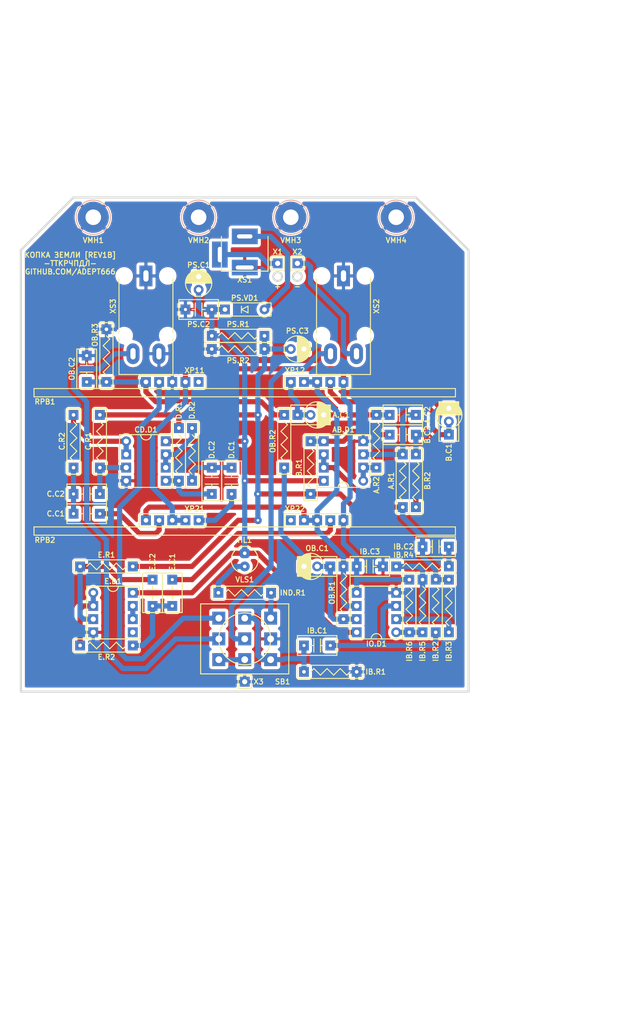
<source format=kicad_pcb>
(kicad_pcb (version 20171130) (host pcbnew 5.1.12-84ad8e8a86~92~ubuntu20.04.1)
  (title_block (title ТКП-1.24.B-3) (date 2023-07-16) (rev 1B) (company "Копка Земли [REV1B] Down-Tuned SM") (comment 1 http://github.com/Adept666) (comment 2 "Igor Ivanov (Игорь Иванов)") (comment 3 -ТТКРЧПДЛ-) (comment 4 "This project is licensed under GNU General Public License v3.0 or later"))
  (layers (0 F.Cu jumper) (31 B.Cu signal) (37 F.SilkS user) (38 B.Mask user) (39 F.Mask user) (44 Edge.Cuts user))
  (net 0 "")
  (net 1 COM)
  (net 2 "Net-(HL1-PadC)")
  (net 3 /LED)
  (net 4 /PP3-POS)
  (net 5 /PP3-NEG)
  (net 6 VREF)
  (net 7 "Net-(A.C2-Pad2)")
  (net 8 "Net-(IB.C1-Pad2)")
  (net 9 "Net-(IB.C2-Pad2)")
  (net 10 /CUT-RAIL)
  (net 11 "Net-(IB.R3-Pad2)")
  (net 12 "Net-(IB.R5-Pad2)")
  (net 13 /BOOST-RAIL)
  (net 14 "Net-(IO.D1-Pad7)")
  (net 15 "Net-(OB.C2-Pad1)")
  (net 16 "Net-(C.C1-Pad1)")
  (net 17 "Net-(C.C1-Pad2)")
  (net 18 "Net-(C.C2-Pad2)")
  (net 19 "Net-(D.C1-Pad1)")
  (net 20 "Net-(D.C1-Pad2)")
  (net 21 "Net-(E.C1-Pad1)")
  (net 22 "Net-(E.C1-Pad2)")
  (net 23 "Net-(E.C2-Pad2)")
  (net 24 "Net-(E.D1-Pad6)")
  (net 25 "Net-(A.R2-Pad2)")
  (net 26 "Net-(AB.D1-Pad5)")
  (net 27 "Net-(AB.D1-Pad6)")
  (net 28 "Net-(C.R2-Pad2)")
  (net 29 "Net-(CD.D1-Pad5)")
  (net 30 "Net-(CD.D1-Pad6)")
  (net 31 "Net-(E.D1-Pad1)")
  (net 32 "Net-(E.D1-Pad5)")
  (net 33 V)
  (net 34 "Net-(PS.VD1-PadA)")
  (net 35 /IN-CIR)
  (net 36 /IN-CON)
  (net 37 "Net-(SB1-PadNC1)")
  (net 38 /OUT-CIR)
  (net 39 /OUT-CON)
  (net 40 "Net-(A.C1-Pad+)")
  (net 41 "Net-(A.C1-Pad-)")
  (net 42 "Net-(B.C1-Pad+)")
  (net 43 "Net-(B.C1-Pad-)")
  (net 44 "Net-(OB.C1-Pad-)")
  (module KCL-VIRTUAL:B-PP3-HV (layer F.Cu) (at 105.41 196.85)
    (fp_text reference GB1 hide)
    (fp_text value X hide)
  )
  (module KCL-TH-ML:CON-PAD-S-1.0-1.9 (layer F.Cu) (at 115.57 105.41)
    (fp_text reference X2 (at 0 -2.2225) (layer F.SilkS) (effects (font (thickness 0.2))))
    (fp_text value X)
    (pad 1 thru_hole rect (at 0 0) (size 1.9 1.9) (drill 1) (layers *.Cu *.Mask) (net 5 /PP3-NEG))
  )
  (module KCL-TH-ML:CON-PAD-S-1.0-1.9 (layer F.Cu) (at 111.76 105.41)
    (fp_text reference X1 (at 0 -2.2225) (layer F.SilkS) (effects (font (thickness 0.2))))
    (fp_text value X)
    (pad 1 thru_hole rect (at 0 0) (size 1.9 1.9) (drill 1) (layers *.Cu *.Mask) (net 4 /PP3-POS))
  )
  (module KCL-TH-ML:CON-PAD-S-1.0-1.9 (layer F.Cu) (at 105.41 186.055)
    (fp_text reference X3 (at 1.5875 0) (layer F.SilkS) (effects (font (thickness 0.2)) (justify left)))
    (fp_text value COM)
    (pad 1 thru_hole rect (at 0 0) (size 1.9 1.9) (drill 1) (layers *.Cu *.Mask) (net 1 COM))
  )
  (module KCL-TH-ML:LED-ROUND-05.0-UNI-SH-SPACER-PNL-5.3 (layer F.Cu) (at 105.41 162.56 90)
    (fp_text reference HL1 (at 3.81 0 180) (layer F.SilkS) (effects (font (thickness 0.2))))
    (fp_text value FYL-5013UWC)
    (pad C thru_hole circle (at -1.27 0 90) (size 1.9 1.9) (drill 0.7) (layers *.Cu *.Mask) (net 2 "Net-(HL1-PadC)"))
    (pad A thru_hole roundrect (at 1.27 0 90) (size 1.9 1.9) (drill 0.7) (layers *.Cu *.Mask) (roundrect_rratio 0.3) (net 33 V))
  )
  (module KCL-TH-ML:VMH-STA-DA5-PNL-3.0 (layer F.Cu) (at 134.62 96.52)
    (fp_text reference VMH4 (at 0 4.445) (layer F.SilkS) (effects (font (thickness 0.2))))
    (fp_text value DI5M3x20)
    (pad 0 thru_hole circle (at 0 0) (size 6 6) (drill 3) (layers *.Cu *.Mask) (net 1 COM))
  )
  (module KCL-TH-ML:VMH-STA-DA5-PNL-3.0 (layer F.Cu) (at 114.3 96.52)
    (fp_text reference VMH3 (at 0 4.445) (layer F.SilkS) (effects (font (thickness 0.2))))
    (fp_text value DI5M3x20)
    (pad 0 thru_hole circle (at 0 0) (size 6 6) (drill 3) (layers *.Cu *.Mask) (net 1 COM))
  )
  (module KCL-TH-ML:VMH-STA-DA5-PNL-3.0 (layer F.Cu) (at 96.52 96.52)
    (fp_text reference VMH2 (at 0 4.445) (layer F.SilkS) (effects (font (thickness 0.2))))
    (fp_text value DI5M3x20)
    (pad 0 thru_hole circle (at 0 0) (size 6 6) (drill 3) (layers *.Cu *.Mask) (net 1 COM))
  )
  (module KCL-TH-ML:VMH-STA-DA5-PNL-3.0 (layer F.Cu) (at 76.2 96.52)
    (fp_text reference VMH1 (at 0 4.445) (layer F.SilkS) (effects (font (thickness 0.2))))
    (fp_text value DI5M3x20)
    (pad 0 thru_hole circle (at 0 0) (size 6 6) (drill 3) (layers *.Cu *.Mask) (net 1 COM))
  )
  (module KCL-VIRTUAL:VLS-BR (layer F.Cu) (at 105.41 162.56)
    (fp_text reference VLS1 (at 0 3.81) (layer F.SilkS) (effects (font (thickness 0.2))))
    (fp_text value BR-17.8)
  )
  (module SBKCL-TH-ML:RPB-1590BB-18-3x17-1.6-PNL-7.4-2.8 (layer F.Cu) (at 105.41 143.71)
    (fp_text reference RPB2 (at -40.64 15.04) (layer F.SilkS) (effects (font (thickness 0.2)) (justify left)))
    (fp_text value B50K-B50K-B50K)
    (fp_text user XP21 (at -7.62 9.0075) (layer F.SilkS) (effects (font (thickness 0.2)) (justify right)))
    (fp_text user XP22 (at 7.62 9.0075) (layer F.SilkS) (effects (font (thickness 0.2)) (justify left)))
    (pad 22 thru_hole rect (at 8.89 11.23) (size 1.9 1.9) (drill 0.9) (layers *.Cu *.Mask) (net 19 "Net-(D.C1-Pad1)"))
    (pad 23 thru_hole rect (at 11.43 11.23) (size 1.9 1.9) (drill 0.9) (layers *.Cu *.Mask) (net 13 /BOOST-RAIL))
    (pad 33 thru_hole rect (at 13.97 11.23) (size 1.9 1.9) (drill 0.9) (layers *.Cu *.Mask) (net 13 /BOOST-RAIL))
    (pad 32 thru_hole rect (at 16.51 11.23) (size 1.9 1.9) (drill 0.9) (layers *.Cu *.Mask) (net 21 "Net-(E.C1-Pad1)"))
    (pad 31 thru_hole rect (at 19.05 11.23) (size 1.9 1.9) (drill 0.9) (layers *.Cu *.Mask) (net 10 /CUT-RAIL))
    (pad 22 thru_hole rect (at -8.89 11.23) (size 1.9 1.9) (drill 0.9) (layers *.Cu *.Mask) (net 19 "Net-(D.C1-Pad1)"))
    (pad 12 thru_hole rect (at -16.51 11.23) (size 1.9 1.9) (drill 0.9) (layers *.Cu *.Mask) (net 16 "Net-(C.C1-Pad1)"))
    (pad 11 thru_hole rect (at -13.97 11.23) (size 1.9 1.9) (drill 0.9) (layers *.Cu *.Mask) (net 10 /CUT-RAIL))
    (pad 13 thru_hole rect (at -19.05 11.23) (size 1.9 1.9) (drill 0.9) (layers *.Cu *.Mask) (net 13 /BOOST-RAIL))
    (pad 21 thru_hole rect (at -11.43 11.23) (size 1.9 1.9) (drill 0.9) (layers *.Cu *.Mask) (net 10 /CUT-RAIL))
  )
  (module SBKCL-TH-ML:RPB-1590BB-18-3x17-1.6-PNL-7.4-2.8 (layer F.Cu) (at 105.41 117.04)
    (fp_text reference RPB1 (at -40.64 15.04) (layer F.SilkS) (effects (font (thickness 0.2)) (justify left)))
    (fp_text value B50K-B50K-B50K)
    (fp_text user XP11 (at -7.62 9.0075) (layer F.SilkS) (effects (font (thickness 0.2)) (justify right)))
    (fp_text user XP12 (at 7.62 9.0075) (layer F.SilkS) (effects (font (thickness 0.2)) (justify left)))
    (pad 22 thru_hole rect (at 8.89 11.23) (size 1.9 1.9) (drill 0.9) (layers *.Cu *.Mask) (net 40 "Net-(A.C1-Pad+)"))
    (pad 23 thru_hole rect (at 11.43 11.23) (size 1.9 1.9) (drill 0.9) (layers *.Cu *.Mask) (net 13 /BOOST-RAIL))
    (pad 33 thru_hole rect (at 13.97 11.23) (size 1.9 1.9) (drill 0.9) (layers *.Cu *.Mask) (net 13 /BOOST-RAIL))
    (pad 32 thru_hole rect (at 16.51 11.23) (size 1.9 1.9) (drill 0.9) (layers *.Cu *.Mask) (net 42 "Net-(B.C1-Pad+)"))
    (pad 31 thru_hole rect (at 19.05 11.23) (size 1.9 1.9) (drill 0.9) (layers *.Cu *.Mask) (net 10 /CUT-RAIL))
    (pad 22 thru_hole rect (at -8.89 11.23) (size 1.9 1.9) (drill 0.9) (layers *.Cu *.Mask) (net 40 "Net-(A.C1-Pad+)"))
    (pad 12 thru_hole rect (at -16.51 11.23) (size 1.9 1.9) (drill 0.9) (layers *.Cu *.Mask) (net 38 /OUT-CIR))
    (pad 11 thru_hole rect (at -13.97 11.23) (size 1.9 1.9) (drill 0.9) (layers *.Cu *.Mask) (net 1 COM))
    (pad 13 thru_hole rect (at -19.05 11.23) (size 1.9 1.9) (drill 0.9) (layers *.Cu *.Mask) (net 15 "Net-(OB.C2-Pad1)"))
    (pad 21 thru_hole rect (at -11.43 11.23) (size 1.9 1.9) (drill 0.9) (layers *.Cu *.Mask) (net 10 /CUT-RAIL))
  )
  (module SBKCL-TH-ML:CON-ST-008X-04 (layer F.Cu) (at 124.46 100.33 180)
    (fp_text reference XS2 (at -6.35 -13.335 270) (layer F.SilkS) (effects (font (thickness 0.2))))
    (fp_text value PJ-309)
    (pad "" np_thru_hole circle (at -4.2 -19 180) (size 2.2 2.2) (drill 2.2) (layers *.Cu *.Mask))
    (pad S thru_hole rect (at 0 -7.5 180) (size 2.5 4) (drill oval 1 2.2) (layers *.Cu *.Mask) (net 1 COM))
    (pad T thru_hole oval (at 2.5 -22.5 180) (size 2.5 4) (drill oval 1 2.2) (layers *.Cu *.Mask) (net 36 /IN-CON))
    (pad R thru_hole oval (at -2.5 -22.5 180) (size 2.5 4) (drill oval 1 2.2) (layers *.Cu *.Mask) (net 5 /PP3-NEG))
    (pad "" np_thru_hole circle (at 4.2 -19 180) (size 2.2 2.2) (drill 2.2) (layers *.Cu *.Mask))
    (pad "" np_thru_hole circle (at -4.2 -7.5 180) (size 2.2 2.2) (drill 2.2) (layers *.Cu *.Mask))
    (pad "" np_thru_hole circle (at 4.2 -7.5 180) (size 2.2 2.2) (drill 2.2) (layers *.Cu *.Mask))
  )
  (module SBKCL-TH-ML:CON-ST-008X-04 (layer F.Cu) (at 86.36 100.33 180)
    (fp_text reference XS3 (at 6.35 -13.335 270) (layer F.SilkS) (effects (font (thickness 0.2))))
    (fp_text value PJ-309)
    (pad "" np_thru_hole circle (at -4.2 -19 180) (size 2.2 2.2) (drill 2.2) (layers *.Cu *.Mask))
    (pad S thru_hole rect (at 0 -7.5 180) (size 2.5 4) (drill oval 1 2.2) (layers *.Cu *.Mask) (net 1 COM))
    (pad T thru_hole oval (at 2.5 -22.5 180) (size 2.5 4) (drill oval 1 2.2) (layers *.Cu *.Mask) (net 39 /OUT-CON))
    (pad R thru_hole oval (at -2.5 -22.5 180) (size 2.5 4) (drill oval 1 2.2) (layers *.Cu *.Mask) (net 1 COM))
    (pad "" np_thru_hole circle (at 4.2 -19 180) (size 2.2 2.2) (drill 2.2) (layers *.Cu *.Mask))
    (pad "" np_thru_hole circle (at -4.2 -7.5 180) (size 2.2 2.2) (drill 2.2) (layers *.Cu *.Mask))
    (pad "" np_thru_hole circle (at 4.2 -7.5 180) (size 2.2 2.2) (drill 2.2) (layers *.Cu *.Mask))
  )
  (module KCL-TH-ML:SW-PBS-24-302SP-2.5-PNL-13.0 (layer F.Cu) (at 105.41 177.8)
    (fp_text reference SB1 (at 8.89 8.255) (layer F.SilkS) (effects (font (thickness 0.2)) (justify right)))
    (fp_text value PBS-24-302SP)
    (pad COM3 thru_hole rect (at 5 0) (size 2.5 2.5) (drill 1.3) (layers *.Cu *.Mask) (net 1 COM))
    (pad NC3 thru_hole rect (at 5 4) (size 2.5 2.5) (drill 1.3) (layers *.Cu *.Mask) (net 35 /IN-CIR))
    (pad NO3 thru_hole rect (at 5 -4) (size 2.5 2.5) (drill 1.3) (layers *.Cu *.Mask) (net 3 /LED))
    (pad COM2 thru_hole rect (at 0 0) (size 2.5 2.5) (drill 1.3) (layers *.Cu *.Mask) (net 36 /IN-CON))
    (pad NC2 thru_hole rect (at 0 4) (size 2.5 2.5) (drill 1.3) (layers *.Cu *.Mask) (net 37 "Net-(SB1-PadNC1)"))
    (pad NO2 thru_hole rect (at 0 -4) (size 2.5 2.5) (drill 1.3) (layers *.Cu *.Mask) (net 35 /IN-CIR))
    (pad NO1 thru_hole rect (at -5 -4) (size 2.5 2.5) (drill 1.3) (layers *.Cu *.Mask) (net 38 /OUT-CIR))
    (pad COM1 thru_hole rect (at -5 0) (size 2.5 2.5) (drill 1.3) (layers *.Cu *.Mask) (net 39 /OUT-CON))
    (pad NC1 thru_hole rect (at -5 4) (size 2.5 2.5) (drill 1.3) (layers *.Cu *.Mask) (net 37 "Net-(SB1-PadNC1)"))
  )
  (module SBKCL-TH-ML:C-DISK-D04.2-T03.0-P05.08-d0.5-OR-CP-RADIAL-D05.0-P02.0-CLS (layer F.Cu) (at 119.38 163.83 180)
    (fp_text reference OB.C1 (at 0 3.4925) (layer F.SilkS) (effects (font (thickness 0.2))))
    (fp_text value 105)
    (pad - thru_hole rect (at 2.54 0 180) (size 1.9 1.9) (drill 1) (layers *.Cu *.Mask) (net 44 "Net-(OB.C1-Pad-)"))
    (pad + thru_hole circle (at 0 0 180) (size 1.9 1.9) (drill 1) (layers *.Cu *.Mask) (net 14 "Net-(IO.D1-Pad7)"))
    (pad + thru_hole rect (at -2.54 0 180) (size 1.9 1.9) (drill 0.6) (layers *.Cu *.Mask) (net 14 "Net-(IO.D1-Pad7)"))
  )
  (module SBKCL-TH-ML:C-DISK-D04.2-T03.0-P05.08-d0.5-OR-CP-RADIAL-D05.0-P02.0-CLS (layer F.Cu) (at 144.78 135.89 90)
    (fp_text reference B.C1 (at -4.1275 0 90) (layer F.SilkS) (effects (font (thickness 0.2)) (justify right)))
    (fp_text value 105)
    (pad - thru_hole rect (at 2.54 0 90) (size 1.9 1.9) (drill 1) (layers *.Cu *.Mask) (net 43 "Net-(B.C1-Pad-)"))
    (pad + thru_hole circle (at 0 0 90) (size 1.9 1.9) (drill 1) (layers *.Cu *.Mask) (net 42 "Net-(B.C1-Pad+)"))
    (pad + thru_hole rect (at -2.54 0 90) (size 1.9 1.9) (drill 0.6) (layers *.Cu *.Mask) (net 42 "Net-(B.C1-Pad+)"))
  )
  (module SBKCL-TH-ML:C-DISK-D04.2-T03.0-P05.08-d0.5-OR-CP-RADIAL-D05.0-P02.0-CLS (layer F.Cu) (at 118.11 134.62)
    (fp_text reference A.C1 (at 4.1275 0) (layer F.SilkS) (effects (font (thickness 0.2)) (justify left)))
    (fp_text value 225)
    (pad - thru_hole rect (at 2.54 0) (size 1.9 1.9) (drill 1) (layers *.Cu *.Mask) (net 41 "Net-(A.C1-Pad-)"))
    (pad + thru_hole circle (at 0 0) (size 1.9 1.9) (drill 1) (layers *.Cu *.Mask) (net 40 "Net-(A.C1-Pad+)"))
    (pad + thru_hole rect (at -2.54 0) (size 1.9 1.9) (drill 0.6) (layers *.Cu *.Mask) (net 40 "Net-(A.C1-Pad+)"))
  )
  (module KCL-TH-ML:CP-RADIAL-D05.0-P02.0-CLS (layer F.Cu) (at 115.57 121.92)
    (fp_text reference PS.C3 (at 0 -3.4925) (layer F.SilkS) (effects (font (thickness 0.2))))
    (fp_text value 476)
    (pad - thru_hole roundrect (at 1.27 0) (size 1.9 1.9) (drill 1) (layers *.Cu *.Mask) (roundrect_rratio 0.3) (net 1 COM))
    (pad + thru_hole circle (at -1.27 0) (size 1.9 1.9) (drill 1) (layers *.Cu *.Mask) (net 6 VREF))
  )
  (module KCL-TH-ML:CP-RADIAL-D05.0-P02.0-CLS (layer F.Cu) (at 96.52 109.22 90)
    (fp_text reference PS.C1 (at 3.4925 0 180) (layer F.SilkS) (effects (font (thickness 0.2))))
    (fp_text value 107)
    (pad + thru_hole circle (at -1.27 0 90) (size 1.9 1.9) (drill 1) (layers *.Cu *.Mask) (net 33 V))
    (pad - thru_hole roundrect (at 1.27 0 90) (size 1.9 1.9) (drill 1) (layers *.Cu *.Mask) (roundrect_rratio 0.3) (net 1 COM))
  )
  (module KCL-TH-ML:C-DISK-D04.2-T03.0-P05.08-d0.5 (layer F.Cu) (at 96.52 114.3 180)
    (fp_text reference PS.C2 (at 0 -2.8575) (layer F.SilkS) (effects (font (thickness 0.2))))
    (fp_text value 104)
    (pad 1 thru_hole rect (at -2.54 0 180) (size 1.9 1.9) (drill 0.6) (layers *.Cu *.Mask) (net 33 V))
    (pad 2 thru_hole rect (at 2.54 0 180) (size 1.9 1.9) (drill 0.6) (layers *.Cu *.Mask) (net 1 COM))
  )
  (module KCL-TH-ML:C-DISK-D04.2-T03.0-P05.08-d0.5 (layer F.Cu) (at 74.93 125.73 90)
    (fp_text reference OB.C2 (at 0 -2.8575 90) (layer F.SilkS) (effects (font (thickness 0.2))))
    (fp_text value 103)
    (pad 1 thru_hole rect (at -2.54 0 90) (size 1.9 1.9) (drill 0.6) (layers *.Cu *.Mask) (net 15 "Net-(OB.C2-Pad1)"))
    (pad 2 thru_hole rect (at 2.54 0 90) (size 1.9 1.9) (drill 0.6) (layers *.Cu *.Mask) (net 1 COM))
  )
  (module KCL-TH-ML:C-DISK-D04.2-T03.0-P05.08-d0.5 (layer F.Cu) (at 129.54 163.83)
    (fp_text reference IB.C3 (at 0 -2.8575) (layer F.SilkS) (effects (font (thickness 0.2))))
    (fp_text value 151)
    (pad 1 thru_hole rect (at -2.54 0) (size 1.9 1.9) (drill 0.6) (layers *.Cu *.Mask) (net 10 /CUT-RAIL))
    (pad 2 thru_hole rect (at 2.54 0) (size 1.9 1.9) (drill 0.6) (layers *.Cu *.Mask) (net 1 COM))
  )
  (module KCL-TH-ML:C-DISK-D04.2-T03.0-P05.08-d0.5 (layer F.Cu) (at 142.24 160.02)
    (fp_text reference IB.C2 (at -4.1275 0) (layer F.SilkS) (effects (font (thickness 0.2)) (justify right)))
    (fp_text value 103)
    (pad 1 thru_hole rect (at -2.54 0) (size 1.9 1.9) (drill 0.6) (layers *.Cu *.Mask) (net 6 VREF))
    (pad 2 thru_hole rect (at 2.54 0) (size 1.9 1.9) (drill 0.6) (layers *.Cu *.Mask) (net 9 "Net-(IB.C2-Pad2)"))
  )
  (module KCL-TH-ML:C-DISK-D04.2-T03.0-P05.08-d0.5 (layer F.Cu) (at 119.38 179.07)
    (fp_text reference IB.C1 (at 0 -2.8575) (layer F.SilkS) (effects (font (thickness 0.2))))
    (fp_text value 103)
    (pad 1 thru_hole rect (at -2.54 0) (size 1.9 1.9) (drill 0.6) (layers *.Cu *.Mask) (net 35 /IN-CIR))
    (pad 2 thru_hole rect (at 2.54 0) (size 1.9 1.9) (drill 0.6) (layers *.Cu *.Mask) (net 8 "Net-(IB.C1-Pad2)"))
  )
  (module KCL-TH-ML:C-DISK-D04.2-T03.0-P05.08-d0.5 (layer F.Cu) (at 87.63 168.91 90)
    (fp_text reference E.C2 (at 4.1275 0 90) (layer F.SilkS) (effects (font (thickness 0.2)) (justify left)))
    (fp_text value 681)
    (pad 1 thru_hole rect (at -2.54 0 90) (size 1.9 1.9) (drill 0.6) (layers *.Cu *.Mask) (net 22 "Net-(E.C1-Pad2)"))
    (pad 2 thru_hole rect (at 2.54 0 90) (size 1.9 1.9) (drill 0.6) (layers *.Cu *.Mask) (net 23 "Net-(E.C2-Pad2)"))
  )
  (module KCL-TH-ML:C-DISK-D04.2-T03.0-P05.08-d0.5 (layer F.Cu) (at 91.44 168.91 270)
    (fp_text reference E.C1 (at -4.1275 0 90) (layer F.SilkS) (effects (font (thickness 0.2)) (justify left)))
    (fp_text value 223)
    (pad 1 thru_hole rect (at -2.54 0 270) (size 1.9 1.9) (drill 0.6) (layers *.Cu *.Mask) (net 21 "Net-(E.C1-Pad1)"))
    (pad 2 thru_hole rect (at 2.54 0 270) (size 1.9 1.9) (drill 0.6) (layers *.Cu *.Mask) (net 22 "Net-(E.C1-Pad2)"))
  )
  (module KCL-TH-ML:C-DISK-D04.2-T03.0-P05.08-d0.5 (layer F.Cu) (at 99.06 147.32 270)
    (fp_text reference D.C2 (at -4.1275 0 90) (layer F.SilkS) (effects (font (thickness 0.2)) (justify left)))
    (fp_text value 332)
    (pad 1 thru_hole rect (at -2.54 0 270) (size 1.9 1.9) (drill 0.6) (layers *.Cu *.Mask) (net 20 "Net-(D.C1-Pad2)"))
    (pad 2 thru_hole rect (at 2.54 0 270) (size 1.9 1.9) (drill 0.6) (layers *.Cu *.Mask) (net 29 "Net-(CD.D1-Pad5)"))
  )
  (module KCL-TH-ML:C-DISK-D04.2-T03.0-P05.08-d0.5 (layer F.Cu) (at 102.87 147.32 90)
    (fp_text reference D.C1 (at 4.1275 0 90) (layer F.SilkS) (effects (font (thickness 0.2)) (justify left)))
    (fp_text value 683)
    (pad 1 thru_hole rect (at -2.54 0 90) (size 1.9 1.9) (drill 0.6) (layers *.Cu *.Mask) (net 19 "Net-(D.C1-Pad1)"))
    (pad 2 thru_hole rect (at 2.54 0 90) (size 1.9 1.9) (drill 0.6) (layers *.Cu *.Mask) (net 20 "Net-(D.C1-Pad2)"))
  )
  (module KCL-TH-ML:C-DISK-D04.2-T03.0-P05.08-d0.5 (layer F.Cu) (at 74.93 149.86)
    (fp_text reference C.C2 (at -4.1275 0) (layer F.SilkS) (effects (font (thickness 0.2)) (justify right)))
    (fp_text value 682)
    (pad 1 thru_hole rect (at -2.54 0) (size 1.9 1.9) (drill 0.6) (layers *.Cu *.Mask) (net 17 "Net-(C.C1-Pad2)"))
    (pad 2 thru_hole rect (at 2.54 0) (size 1.9 1.9) (drill 0.6) (layers *.Cu *.Mask) (net 18 "Net-(C.C2-Pad2)"))
  )
  (module KCL-TH-ML:C-DISK-D04.2-T03.0-P05.08-d0.5 (layer F.Cu) (at 74.93 153.67 180)
    (fp_text reference C.C1 (at 4.1275 0) (layer F.SilkS) (effects (font (thickness 0.2)) (justify right)))
    (fp_text value 154)
    (pad 1 thru_hole rect (at -2.54 0 180) (size 1.9 1.9) (drill 0.6) (layers *.Cu *.Mask) (net 16 "Net-(C.C1-Pad1)"))
    (pad 2 thru_hole rect (at 2.54 0 180) (size 1.9 1.9) (drill 0.6) (layers *.Cu *.Mask) (net 17 "Net-(C.C1-Pad2)"))
  )
  (module KCL-TH-ML:C-DISK-D04.2-T03.0-P05.08-d0.5 (layer F.Cu) (at 135.89 138.43 180)
    (fp_text reference B.C2 (at -4.7625 0 270) (layer F.SilkS) (effects (font (thickness 0.2))))
    (fp_text value 333)
    (pad 2 thru_hole rect (at 2.54 0 180) (size 1.9 1.9) (drill 0.6) (layers *.Cu *.Mask) (net 26 "Net-(AB.D1-Pad5)"))
    (pad 1 thru_hole rect (at -2.54 0 180) (size 1.9 1.9) (drill 0.6) (layers *.Cu *.Mask) (net 43 "Net-(B.C1-Pad-)"))
  )
  (module KCL-TH-ML:C-DISK-D04.2-T03.0-P05.08-d0.5 (layer F.Cu) (at 135.89 134.62)
    (fp_text reference A.C2 (at 4.7625 0 90) (layer F.SilkS) (effects (font (thickness 0.2))))
    (fp_text value 473)
    (pad 2 thru_hole rect (at 2.54 0) (size 1.9 1.9) (drill 0.6) (layers *.Cu *.Mask) (net 7 "Net-(A.C2-Pad2)"))
    (pad 1 thru_hole rect (at -2.54 0) (size 1.9 1.9) (drill 0.6) (layers *.Cu *.Mask) (net 41 "Net-(A.C1-Pad-)"))
  )
  (module KCL-TH-ML:R-MFR-25 (layer F.Cu) (at 105.41 168.91 180)
    (fp_text reference IND.R1 (at -6.6675 0) (layer F.SilkS) (effects (font (thickness 0.2)) (justify left)))
    (fp_text value 103)
    (pad 1 thru_hole rect (at -5.08 0 180) (size 1.9 1.9) (drill 0.7) (layers *.Cu *.Mask) (net 3 /LED))
    (pad 2 thru_hole rect (at 5.08 0 180) (size 1.9 1.9) (drill 0.7) (layers *.Cu *.Mask) (net 2 "Net-(HL1-PadC)"))
  )
  (module KCL-TH-ML:R-MFR-25 (layer F.Cu) (at 104.14 121.92)
    (fp_text reference PS.R2 (at 0 2.2225) (layer F.SilkS) (effects (font (thickness 0.2))))
    (fp_text value 473)
    (pad 1 thru_hole rect (at -5.08 0) (size 1.9 1.9) (drill 0.7) (layers *.Cu *.Mask) (net 1 COM))
    (pad 2 thru_hole rect (at 5.08 0) (size 1.9 1.9) (drill 0.7) (layers *.Cu *.Mask) (net 6 VREF))
  )
  (module KCL-TH-ML:R-MFR-25 (layer F.Cu) (at 104.14 119.38 180)
    (fp_text reference PS.R1 (at 0 2.2225) (layer F.SilkS) (effects (font (thickness 0.2))))
    (fp_text value 473)
    (pad 1 thru_hole rect (at -5.08 0 180) (size 1.9 1.9) (drill 0.7) (layers *.Cu *.Mask) (net 6 VREF))
    (pad 2 thru_hole rect (at 5.08 0 180) (size 1.9 1.9) (drill 0.7) (layers *.Cu *.Mask) (net 33 V))
  )
  (module KCL-TH-ML:R-MFR-25 (layer F.Cu) (at 78.74 123.19 270)
    (fp_text reference OB.R3 (at -6.35 2.2225 90) (layer F.SilkS) (effects (font (thickness 0.2)) (justify right)))
    (fp_text value 103)
    (pad 1 thru_hole rect (at -5.08 0 270) (size 1.9 1.9) (drill 0.7) (layers *.Cu *.Mask) (net 1 COM))
    (pad 2 thru_hole rect (at 5.08 0 270) (size 1.9 1.9) (drill 0.7) (layers *.Cu *.Mask) (net 15 "Net-(OB.C2-Pad1)"))
  )
  (module KCL-TH-ML:R-MFR-25 (layer F.Cu) (at 113.03 139.7 90)
    (fp_text reference OB.R2 (at 0 -2.2225 90) (layer F.SilkS) (effects (font (thickness 0.2))))
    (fp_text value 103)
    (pad 2 thru_hole rect (at 5.08 0 90) (size 1.9 1.9) (drill 0.7) (layers *.Cu *.Mask) (net 15 "Net-(OB.C2-Pad1)"))
    (pad 1 thru_hole rect (at -5.08 0 90) (size 1.9 1.9) (drill 0.7) (layers *.Cu *.Mask) (net 44 "Net-(OB.C1-Pad-)"))
  )
  (module KCL-TH-ML:R-MFR-25 (layer F.Cu) (at 124.46 168.91 270)
    (fp_text reference OB.R1 (at 0 2.2225 90) (layer F.SilkS) (effects (font (thickness 0.2))))
    (fp_text value 103)
    (pad 2 thru_hole rect (at 5.08 0 270) (size 1.9 1.9) (drill 0.7) (layers *.Cu *.Mask) (net 14 "Net-(IO.D1-Pad7)"))
    (pad 1 thru_hole rect (at -5.08 0 270) (size 1.9 1.9) (drill 0.7) (layers *.Cu *.Mask) (net 13 /BOOST-RAIL))
  )
  (module KCL-TH-ML:R-MFR-25 (layer F.Cu) (at 137.16 171.45 90)
    (fp_text reference IB.R6 (at -6.6675 0 90) (layer F.SilkS) (effects (font (thickness 0.2)) (justify right)))
    (fp_text value 103)
    (pad 1 thru_hole rect (at -5.08 0 90) (size 1.9 1.9) (drill 0.7) (layers *.Cu *.Mask) (net 12 "Net-(IB.R5-Pad2)"))
    (pad 2 thru_hole rect (at 5.08 0 90) (size 1.9 1.9) (drill 0.7) (layers *.Cu *.Mask) (net 10 /CUT-RAIL))
  )
  (module KCL-TH-ML:R-MFR-25 (layer F.Cu) (at 139.7 171.45 270)
    (fp_text reference IB.R5 (at 6.6675 0 90) (layer F.SilkS) (effects (font (thickness 0.2)) (justify right)))
    (fp_text value 103)
    (pad 1 thru_hole rect (at -5.08 0 270) (size 1.9 1.9) (drill 0.7) (layers *.Cu *.Mask) (net 11 "Net-(IB.R3-Pad2)"))
    (pad 2 thru_hole rect (at 5.08 0 270) (size 1.9 1.9) (drill 0.7) (layers *.Cu *.Mask) (net 12 "Net-(IB.R5-Pad2)"))
  )
  (module KCL-TH-ML:R-MFR-25 (layer F.Cu) (at 139.7 163.83 180)
    (fp_text reference IB.R4 (at 1.5875 2.2225) (layer F.SilkS) (effects (font (thickness 0.2)) (justify right)))
    (fp_text value 102)
    (pad 1 thru_hole rect (at -5.08 0 180) (size 1.9 1.9) (drill 0.7) (layers *.Cu *.Mask) (net 9 "Net-(IB.C2-Pad2)"))
    (pad 2 thru_hole rect (at 5.08 0 180) (size 1.9 1.9) (drill 0.7) (layers *.Cu *.Mask) (net 11 "Net-(IB.R3-Pad2)"))
  )
  (module KCL-TH-ML:R-MFR-25 (layer F.Cu) (at 144.78 171.45 270)
    (fp_text reference IB.R3 (at 6.6675 0 90) (layer F.SilkS) (effects (font (thickness 0.2)) (justify right)))
    (fp_text value 103)
    (pad 1 thru_hole rect (at -5.08 0 270) (size 1.9 1.9) (drill 0.7) (layers *.Cu *.Mask) (net 6 VREF))
    (pad 2 thru_hole rect (at 5.08 0 270) (size 1.9 1.9) (drill 0.7) (layers *.Cu *.Mask) (net 11 "Net-(IB.R3-Pad2)"))
  )
  (module KCL-TH-ML:R-MFR-25 (layer F.Cu) (at 142.24 171.45 270)
    (fp_text reference IB.R2 (at 6.6675 0 90) (layer F.SilkS) (effects (font (thickness 0.2)) (justify right)))
    (fp_text value 474)
    (pad 1 thru_hole rect (at -5.08 0 270) (size 1.9 1.9) (drill 0.7) (layers *.Cu *.Mask) (net 6 VREF))
    (pad 2 thru_hole rect (at 5.08 0 270) (size 1.9 1.9) (drill 0.7) (layers *.Cu *.Mask) (net 8 "Net-(IB.C1-Pad2)"))
  )
  (module KCL-TH-ML:R-MFR-25 (layer F.Cu) (at 121.92 184.15 180)
    (fp_text reference IB.R1 (at -6.6675 0) (layer F.SilkS) (effects (font (thickness 0.2)) (justify left)))
    (fp_text value 225)
    (pad 1 thru_hole rect (at -5.08 0 180) (size 1.9 1.9) (drill 0.7) (layers *.Cu *.Mask) (net 1 COM))
    (pad 2 thru_hole rect (at 5.08 0 180) (size 1.9 1.9) (drill 0.7) (layers *.Cu *.Mask) (net 35 /IN-CIR))
  )
  (module KCL-TH-ML:R-MFR-25 (layer F.Cu) (at 78.74 179.07 180)
    (fp_text reference E.R2 (at 0 -2.2225) (layer F.SilkS) (effects (font (thickness 0.2))))
    (fp_text value 102)
    (pad 1 thru_hole rect (at -5.08 0 180) (size 1.9 1.9) (drill 0.7) (layers *.Cu *.Mask) (net 22 "Net-(E.C1-Pad2)"))
    (pad 2 thru_hole rect (at 5.08 0 180) (size 1.9 1.9) (drill 0.7) (layers *.Cu *.Mask) (net 31 "Net-(E.D1-Pad1)"))
  )
  (module KCL-TH-ML:R-MFR-25 (layer F.Cu) (at 78.74 163.83 180)
    (fp_text reference E.R1 (at 0 2.2225) (layer F.SilkS) (effects (font (thickness 0.2))))
    (fp_text value 104)
    (pad 1 thru_hole rect (at -5.08 0 180) (size 1.9 1.9) (drill 0.7) (layers *.Cu *.Mask) (net 6 VREF))
    (pad 2 thru_hole rect (at 5.08 0 180) (size 1.9 1.9) (drill 0.7) (layers *.Cu *.Mask) (net 23 "Net-(E.C2-Pad2)"))
  )
  (module KCL-TH-ML:R-MFR-25 (layer F.Cu) (at 95.25 142.24 90)
    (fp_text reference D.R2 (at 6.6675 0 90) (layer F.SilkS) (effects (font (thickness 0.2)) (justify left)))
    (fp_text value 102)
    (pad 1 thru_hole rect (at -5.08 0 90) (size 1.9 1.9) (drill 0.7) (layers *.Cu *.Mask) (net 20 "Net-(D.C1-Pad2)"))
    (pad 2 thru_hole rect (at 5.08 0 90) (size 1.9 1.9) (drill 0.7) (layers *.Cu *.Mask) (net 30 "Net-(CD.D1-Pad6)"))
  )
  (module KCL-TH-ML:R-MFR-25 (layer F.Cu) (at 92.71 142.24 270)
    (fp_text reference D.R1 (at -6.6675 0 90) (layer F.SilkS) (effects (font (thickness 0.2)) (justify left)))
    (fp_text value 104)
    (pad 1 thru_hole rect (at -5.08 0 270) (size 1.9 1.9) (drill 0.7) (layers *.Cu *.Mask) (net 6 VREF))
    (pad 2 thru_hole rect (at 5.08 0 270) (size 1.9 1.9) (drill 0.7) (layers *.Cu *.Mask) (net 29 "Net-(CD.D1-Pad5)"))
  )
  (module KCL-TH-ML:R-MFR-25 (layer F.Cu) (at 72.39 139.7 90)
    (fp_text reference C.R2 (at 0 -2.2225 90) (layer F.SilkS) (effects (font (thickness 0.2))))
    (fp_text value 102)
    (pad 1 thru_hole rect (at -5.08 0 90) (size 1.9 1.9) (drill 0.7) (layers *.Cu *.Mask) (net 17 "Net-(C.C1-Pad2)"))
    (pad 2 thru_hole rect (at 5.08 0 90) (size 1.9 1.9) (drill 0.7) (layers *.Cu *.Mask) (net 28 "Net-(C.R2-Pad2)"))
  )
  (module KCL-TH-ML:R-MFR-25 (layer F.Cu) (at 77.47 139.7 270)
    (fp_text reference C.R1 (at 0 2.2225 90) (layer F.SilkS) (effects (font (thickness 0.2))))
    (fp_text value 104)
    (pad 1 thru_hole rect (at -5.08 0 270) (size 1.9 1.9) (drill 0.7) (layers *.Cu *.Mask) (net 6 VREF))
    (pad 2 thru_hole rect (at 5.08 0 270) (size 1.9 1.9) (drill 0.7) (layers *.Cu *.Mask) (net 18 "Net-(C.C2-Pad2)"))
  )
  (module KCL-TH-ML:R-MFR-25 (layer F.Cu) (at 138.43 147.32 270)
    (fp_text reference B.R2 (at 0 -2.2225 90) (layer F.SilkS) (effects (font (thickness 0.2))))
    (fp_text value 471)
    (pad 2 thru_hole rect (at 5.08 0 270) (size 1.9 1.9) (drill 0.7) (layers *.Cu *.Mask) (net 27 "Net-(AB.D1-Pad6)"))
    (pad 1 thru_hole rect (at -5.08 0 270) (size 1.9 1.9) (drill 0.7) (layers *.Cu *.Mask) (net 43 "Net-(B.C1-Pad-)"))
  )
  (module KCL-TH-ML:R-MFR-25 (layer F.Cu) (at 118.11 144.78 90)
    (fp_text reference B.R1 (at 0 -2.2225 90) (layer F.SilkS) (effects (font (thickness 0.2))))
    (fp_text value 104)
    (pad 1 thru_hole rect (at -5.08 0 90) (size 1.9 1.9) (drill 0.7) (layers *.Cu *.Mask) (net 6 VREF))
    (pad 2 thru_hole rect (at 5.08 0 90) (size 1.9 1.9) (drill 0.7) (layers *.Cu *.Mask) (net 26 "Net-(AB.D1-Pad5)"))
  )
  (module KCL-TH-ML:R-MFR-25 (layer F.Cu) (at 130.81 139.7 270)
    (fp_text reference A.R2 (at 6.6675 0 90) (layer F.SilkS) (effects (font (thickness 0.2)) (justify right)))
    (fp_text value 471)
    (pad 2 thru_hole rect (at 5.08 0 270) (size 1.9 1.9) (drill 0.7) (layers *.Cu *.Mask) (net 25 "Net-(A.R2-Pad2)"))
    (pad 1 thru_hole rect (at -5.08 0 270) (size 1.9 1.9) (drill 0.7) (layers *.Cu *.Mask) (net 41 "Net-(A.C1-Pad-)"))
  )
  (module KCL-TH-ML:R-MFR-25 (layer F.Cu) (at 135.89 147.32 90)
    (fp_text reference A.R1 (at 0 -2.2225 90) (layer F.SilkS) (effects (font (thickness 0.2))))
    (fp_text value 124)
    (pad 1 thru_hole rect (at -5.08 0 90) (size 1.9 1.9) (drill 0.7) (layers *.Cu *.Mask) (net 6 VREF))
    (pad 2 thru_hole rect (at 5.08 0 90) (size 1.9 1.9) (drill 0.7) (layers *.Cu *.Mask) (net 7 "Net-(A.C2-Pad2)"))
  )
  (module KCL-TH-ML:CON-DC-005 (layer F.Cu) (at 105.41 92.71 180)
    (fp_text reference XS1 (at 0 -15.875) (layer F.SilkS) (effects (font (thickness 0.2))))
    (fp_text value DC-005)
    (pad C thru_hole rect (at 0 -13.5 180) (size 5 3) (drill oval 3.5 0.8) (layers *.Cu *.Mask) (net 1 COM))
    (pad SN thru_hole rect (at 4.8 -11 180) (size 3 5) (drill oval 0.8 3) (layers *.Cu *.Mask) (net 4 /PP3-POS))
    (pad S thru_hole rect (at 0 -7.5 180) (size 5 3) (drill oval 3 0.8) (layers *.Cu *.Mask) (net 34 "Net-(PS.VD1-PadA)"))
  )
  (module KCL-TH-ML:P-DIP-08 (layer F.Cu) (at 130.81 172.72 180)
    (fp_text reference IO.D1 (at 0 -6.0325) (layer F.SilkS) (effects (font (thickness 0.2))))
    (fp_text value 4558)
    (pad 8 thru_hole rect (at 3.81 -3.81 180) (size 1.9 1.9) (drill 1) (layers *.Cu *.Mask) (net 33 V))
    (pad 7 thru_hole rect (at 3.81 -1.27 180) (size 1.9 1.9) (drill 1) (layers *.Cu *.Mask) (net 14 "Net-(IO.D1-Pad7)"))
    (pad 6 thru_hole rect (at 3.81 1.27 180) (size 1.9 1.9) (drill 1) (layers *.Cu *.Mask) (net 13 /BOOST-RAIL))
    (pad 5 thru_hole rect (at 3.81 3.81 180) (size 1.9 1.9) (drill 1) (layers *.Cu *.Mask) (net 10 /CUT-RAIL))
    (pad 4 thru_hole rect (at -3.81 3.81 180) (size 1.9 1.9) (drill 1) (layers *.Cu *.Mask) (net 1 COM))
    (pad 3 thru_hole rect (at -3.81 1.27 180) (size 1.9 1.9) (drill 1) (layers *.Cu *.Mask) (net 8 "Net-(IB.C1-Pad2)"))
    (pad 2 thru_hole rect (at -3.81 -1.27 180) (size 1.9 1.9) (drill 1) (layers *.Cu *.Mask) (net 11 "Net-(IB.R3-Pad2)"))
    (pad 1 thru_hole circle (at -3.81 -3.81 180) (size 1.9 1.9) (drill 1) (layers *.Cu *.Mask) (net 12 "Net-(IB.R5-Pad2)"))
  )
  (module KCL-TH-ML:P-DIP-08 (layer F.Cu) (at 80.01 172.72)
    (fp_text reference E.D1 (at 0 -6.0325) (layer F.SilkS) (effects (font (thickness 0.2))))
    (fp_text value 4558)
    (pad 8 thru_hole rect (at 3.81 -3.81) (size 1.9 1.9) (drill 1) (layers *.Cu *.Mask) (net 33 V))
    (pad 7 thru_hole rect (at 3.81 -1.27) (size 1.9 1.9) (drill 1) (layers *.Cu *.Mask) (net 24 "Net-(E.D1-Pad6)"))
    (pad 6 thru_hole rect (at 3.81 1.27) (size 1.9 1.9) (drill 1) (layers *.Cu *.Mask) (net 24 "Net-(E.D1-Pad6)"))
    (pad 5 thru_hole rect (at 3.81 3.81) (size 1.9 1.9) (drill 1) (layers *.Cu *.Mask) (net 32 "Net-(E.D1-Pad5)"))
    (pad 4 thru_hole rect (at -3.81 3.81) (size 1.9 1.9) (drill 1) (layers *.Cu *.Mask) (net 1 COM))
    (pad 3 thru_hole rect (at -3.81 1.27) (size 1.9 1.9) (drill 1) (layers *.Cu *.Mask) (net 23 "Net-(E.C2-Pad2)"))
    (pad 2 thru_hole rect (at -3.81 -1.27) (size 1.9 1.9) (drill 1) (layers *.Cu *.Mask) (net 31 "Net-(E.D1-Pad1)"))
    (pad 1 thru_hole circle (at -3.81 -3.81) (size 1.9 1.9) (drill 1) (layers *.Cu *.Mask) (net 31 "Net-(E.D1-Pad1)"))
  )
  (module KCL-TH-ML:P-DIP-08 (layer F.Cu) (at 86.36 143.51)
    (fp_text reference CD.D1 (at 0 -6.0325) (layer F.SilkS) (effects (font (thickness 0.2))))
    (fp_text value 4558)
    (pad 8 thru_hole rect (at 3.81 -3.81) (size 1.9 1.9) (drill 1) (layers *.Cu *.Mask) (net 33 V))
    (pad 7 thru_hole rect (at 3.81 -1.27) (size 1.9 1.9) (drill 1) (layers *.Cu *.Mask) (net 30 "Net-(CD.D1-Pad6)"))
    (pad 6 thru_hole rect (at 3.81 1.27) (size 1.9 1.9) (drill 1) (layers *.Cu *.Mask) (net 30 "Net-(CD.D1-Pad6)"))
    (pad 5 thru_hole rect (at 3.81 3.81) (size 1.9 1.9) (drill 1) (layers *.Cu *.Mask) (net 29 "Net-(CD.D1-Pad5)"))
    (pad 4 thru_hole rect (at -3.81 3.81) (size 1.9 1.9) (drill 1) (layers *.Cu *.Mask) (net 1 COM))
    (pad 3 thru_hole rect (at -3.81 1.27) (size 1.9 1.9) (drill 1) (layers *.Cu *.Mask) (net 18 "Net-(C.C2-Pad2)"))
    (pad 2 thru_hole rect (at -3.81 -1.27) (size 1.9 1.9) (drill 1) (layers *.Cu *.Mask) (net 28 "Net-(C.R2-Pad2)"))
    (pad 1 thru_hole circle (at -3.81 -3.81) (size 1.9 1.9) (drill 1) (layers *.Cu *.Mask) (net 28 "Net-(C.R2-Pad2)"))
  )
  (module KCL-TH-ML:P-DIP-08 (layer F.Cu) (at 124.46 143.51 180)
    (fp_text reference AB.D1 (at 0 6.0325) (layer F.SilkS) (effects (font (thickness 0.2))))
    (fp_text value 4558)
    (pad 8 thru_hole rect (at 3.81 -3.81 180) (size 1.9 1.9) (drill 1) (layers *.Cu *.Mask) (net 33 V))
    (pad 7 thru_hole rect (at 3.81 -1.27 180) (size 1.9 1.9) (drill 1) (layers *.Cu *.Mask) (net 27 "Net-(AB.D1-Pad6)"))
    (pad 6 thru_hole rect (at 3.81 1.27 180) (size 1.9 1.9) (drill 1) (layers *.Cu *.Mask) (net 27 "Net-(AB.D1-Pad6)"))
    (pad 5 thru_hole rect (at 3.81 3.81 180) (size 1.9 1.9) (drill 1) (layers *.Cu *.Mask) (net 26 "Net-(AB.D1-Pad5)"))
    (pad 4 thru_hole rect (at -3.81 3.81 180) (size 1.9 1.9) (drill 1) (layers *.Cu *.Mask) (net 1 COM))
    (pad 3 thru_hole rect (at -3.81 1.27 180) (size 1.9 1.9) (drill 1) (layers *.Cu *.Mask) (net 7 "Net-(A.C2-Pad2)"))
    (pad 2 thru_hole rect (at -3.81 -1.27 180) (size 1.9 1.9) (drill 1) (layers *.Cu *.Mask) (net 25 "Net-(A.R2-Pad2)"))
    (pad 1 thru_hole circle (at -3.81 -3.81 180) (size 1.9 1.9) (drill 1) (layers *.Cu *.Mask) (net 25 "Net-(A.R2-Pad2)"))
  )
  (module KCL-TH-ML:P-DO-41 (layer F.Cu) (at 105.41 114.3 180)
    (fp_text reference PS.VD1 (at 0 2.2225) (layer F.SilkS) (effects (font (thickness 0.2))))
    (fp_text value 5817)
    (pad A thru_hole circle (at -3.81 0 180) (size 1.9 1.9) (drill 0.9) (layers *.Cu *.Mask) (net 34 "Net-(PS.VD1-PadA)"))
    (pad C thru_hole rect (at 3.81 0 180) (size 1.9 1.9) (drill 0.9) (layers *.Cu *.Mask) (net 33 V))
  )
  (module SBEL:1590BB_B1 (layer F.Cu) (at 105.41 148.59)
    (fp_text reference VE1 hide)
    (fp_text value 1590BB hide)
  )
  (gr_text - (at 115.57 109.855) (layer F.SilkS) (effects (font (size 1 1) (thickness 0.2))))
  (gr_text + (at 111.76 109.855) (layer F.SilkS) (effects (font (size 1 1) (thickness 0.2))))
  (gr_line (start 138.43 92.71) (end 148.59 102.87) (layer Edge.Cuts) (width 0.4))
  (gr_line (start 62.23 102.87) (end 72.39 92.71) (layer Edge.Cuts) (width 0.4))
  (gr_line (start 148.59 102.87) (end 148.59 187.96) (layer Edge.Cuts) (width 0.4))
  (gr_line (start 62.23 102.87) (end 62.23 187.96) (layer Edge.Cuts) (width 0.4))
  (gr_circle (center 115.57 107.95) (end 116.42 107.95) (layer Edge.Cuts) (width 0.4))
  (gr_circle (center 111.76 107.95) (end 112.61 107.95) (layer Edge.Cuts) (width 0.4))
  (gr_text "КОПКА ЗЕМЛИ [REV1B]\n-ТТКРЧПДЛ-\nGITHUB.COM/ADEPT666" (at 71.755 105.41) (layer F.SilkS) (effects (font (size 1 1) (thickness 0.2))))
  (gr_line (start 62.23 187.96) (end 148.59 187.96) (layer Edge.Cuts) (width 0.4))
  (gr_line (start 72.39 92.71) (end 138.43 92.71) (layer Edge.Cuts) (width 0.4))
  (segment (start 103.505 163.83) (end 105.41 163.83) (width 1) (layer B.Cu) (net 2))
  (segment (start 100.33 167.005) (end 103.505 163.83) (width 1) (layer B.Cu) (net 2))
  (segment (start 100.33 168.91) (end 100.33 167.005) (width 1) (layer B.Cu) (net 2))
  (segment (start 110.41 173.8) (end 110.41 171.53) (width 1) (layer B.Cu) (net 3))
  (segment (start 110.41 171.53) (end 110.49 171.45) (width 1) (layer B.Cu) (net 3))
  (segment (start 110.49 171.45) (end 110.49 168.91) (width 1) (layer B.Cu) (net 3))
  (segment (start 109.855 105.41) (end 111.76 105.41) (width 1) (layer B.Cu) (net 4))
  (segment (start 108.155 103.71) (end 109.855 105.41) (width 1) (layer B.Cu) (net 4))
  (segment (start 100.61 103.71) (end 108.155 103.71) (width 1) (layer B.Cu) (net 4))
  (segment (start 124.46 122.195) (end 125.095 122.83) (width 1) (layer B.Cu) (net 5))
  (segment (start 124.46 115.57) (end 124.46 122.195) (width 1) (layer B.Cu) (net 5))
  (segment (start 118.11 109.22) (end 124.46 115.57) (width 1) (layer B.Cu) (net 5))
  (segment (start 118.11 106.045) (end 118.11 109.22) (width 1) (layer B.Cu) (net 5))
  (segment (start 117.475 105.41) (end 118.11 106.045) (width 1) (layer B.Cu) (net 5))
  (segment (start 125.095 122.83) (end 126.96 122.83) (width 1) (layer B.Cu) (net 5))
  (segment (start 115.57 105.41) (end 117.475 105.41) (width 1) (layer B.Cu) (net 5))
  (via (at 107.95 134.62) (size 1.5) (drill 0.5) (layers F.Cu B.Cu) (net 6))
  (via (at 107.95 149.86) (size 1.5) (drill 0.5) (layers F.Cu B.Cu) (net 6))
  (via (at 107.95 154.94) (size 1.5) (drill 0.5) (layers F.Cu B.Cu) (net 6))
  (segment (start 142.24 166.37) (end 144.78 166.37) (width 1) (layer B.Cu) (net 6))
  (segment (start 92.71 137.16) (end 92.71 134.62) (width 1) (layer F.Cu) (net 6))
  (segment (start 92.71 134.62) (end 107.95 134.62) (width 1) (layer F.Cu) (net 6))
  (segment (start 77.47 134.62) (end 92.71 134.62) (width 1) (layer F.Cu) (net 6))
  (segment (start 139.7 161.925) (end 142.24 164.465) (width 1) (layer B.Cu) (net 6))
  (segment (start 142.24 164.465) (end 142.24 166.37) (width 1) (layer B.Cu) (net 6))
  (segment (start 139.7 160.02) (end 139.7 161.925) (width 1) (layer B.Cu) (net 6))
  (segment (start 118.11 149.86) (end 107.95 149.86) (width 1) (layer F.Cu) (net 6))
  (segment (start 135.89 154.305) (end 139.7 158.115) (width 1) (layer B.Cu) (net 6))
  (segment (start 139.7 158.115) (end 139.7 160.02) (width 1) (layer B.Cu) (net 6))
  (segment (start 135.89 152.4) (end 135.89 154.305) (width 1) (layer B.Cu) (net 6))
  (segment (start 126.365 152.4) (end 135.89 152.4) (width 1) (layer F.Cu) (net 6))
  (segment (start 123.825 149.86) (end 126.365 152.4) (width 1) (layer F.Cu) (net 6))
  (segment (start 118.11 149.86) (end 123.825 149.86) (width 1) (layer F.Cu) (net 6))
  (segment (start 109.22 121.92) (end 114.3 121.92) (width 1) (layer B.Cu) (net 6))
  (segment (start 109.22 119.38) (end 109.22 121.92) (width 1) (layer B.Cu) (net 6))
  (segment (start 109.22 125.73) (end 107.95 127) (width 1) (layer B.Cu) (net 6))
  (segment (start 109.22 121.92) (end 109.22 125.73) (width 1) (layer B.Cu) (net 6))
  (segment (start 107.95 127) (end 107.95 134.62) (width 1) (layer B.Cu) (net 6))
  (segment (start 107.95 134.62) (end 107.95 149.86) (width 1) (layer B.Cu) (net 6))
  (segment (start 107.95 149.86) (end 107.95 154.94) (width 1) (layer B.Cu) (net 6))
  (segment (start 104.14 154.94) (end 107.95 154.94) (width 1) (layer F.Cu) (net 6))
  (segment (start 95.25 163.83) (end 104.14 154.94) (width 1) (layer F.Cu) (net 6))
  (segment (start 83.82 163.83) (end 95.25 163.83) (width 1) (layer F.Cu) (net 6))
  (segment (start 128.27 142.24) (end 135.89 142.24) (width 1) (layer B.Cu) (net 7))
  (segment (start 136.525 134.62) (end 138.43 134.62) (width 1) (layer B.Cu) (net 7))
  (segment (start 135.89 135.255) (end 136.525 134.62) (width 1) (layer B.Cu) (net 7))
  (segment (start 135.89 142.24) (end 135.89 135.255) (width 1) (layer B.Cu) (net 7))
  (segment (start 121.92 179.07) (end 132.08 179.07) (width 1) (layer B.Cu) (net 8))
  (segment (start 142.24 178.435) (end 142.24 176.53) (width 1) (layer B.Cu) (net 8))
  (segment (start 141.605 179.07) (end 142.24 178.435) (width 1) (layer B.Cu) (net 8))
  (segment (start 132.08 179.07) (end 141.605 179.07) (width 1) (layer B.Cu) (net 8))
  (segment (start 132.715 171.45) (end 134.62 171.45) (width 1) (layer B.Cu) (net 8))
  (segment (start 132.08 172.085) (end 132.715 171.45) (width 1) (layer B.Cu) (net 8))
  (segment (start 132.08 179.07) (end 132.08 172.085) (width 1) (layer B.Cu) (net 8))
  (segment (start 144.78 160.02) (end 144.78 163.83) (width 1) (layer B.Cu) (net 9))
  (segment (start 91.44 154.94) (end 93.98 154.94) (width 1) (layer B.Cu) (net 10))
  (segment (start 137.16 166.37) (end 127 166.37) (width 1) (layer B.Cu) (net 10))
  (segment (start 127 166.37) (end 127 168.91) (width 1) (layer B.Cu) (net 10))
  (segment (start 93.98 132.08) (end 93.98 128.27) (width 1) (layer B.Cu) (net 10))
  (segment (start 87.63 138.43) (end 93.98 132.08) (width 1) (layer B.Cu) (net 10))
  (segment (start 87.63 148.59) (end 87.63 138.43) (width 1) (layer B.Cu) (net 10))
  (segment (start 91.44 152.4) (end 87.63 148.59) (width 1) (layer B.Cu) (net 10))
  (segment (start 91.44 154.94) (end 91.44 152.4) (width 1) (layer B.Cu) (net 10))
  (segment (start 124.46 126.365) (end 124.46 128.27) (width 1) (layer F.Cu) (net 10))
  (segment (start 123.825 125.73) (end 124.46 126.365) (width 1) (layer F.Cu) (net 10))
  (segment (start 94.615 125.73) (end 123.825 125.73) (width 1) (layer F.Cu) (net 10))
  (segment (start 93.98 126.365) (end 94.615 125.73) (width 1) (layer F.Cu) (net 10))
  (segment (start 93.98 128.27) (end 93.98 126.365) (width 1) (layer F.Cu) (net 10))
  (segment (start 127 163.83) (end 127 166.37) (width 1) (layer B.Cu) (net 10))
  (segment (start 127 161.925) (end 127 163.83) (width 1) (layer B.Cu) (net 10))
  (segment (start 124.46 159.385) (end 127 161.925) (width 1) (layer B.Cu) (net 10))
  (segment (start 124.46 154.94) (end 124.46 159.385) (width 1) (layer B.Cu) (net 10))
  (segment (start 124.46 131.445) (end 124.46 128.27) (width 1) (layer B.Cu) (net 10))
  (segment (start 125.73 132.715) (end 124.46 131.445) (width 1) (layer B.Cu) (net 10))
  (segment (start 125.73 150.495) (end 125.73 132.715) (width 1) (layer B.Cu) (net 10))
  (segment (start 124.46 151.765) (end 125.73 150.495) (width 1) (layer B.Cu) (net 10))
  (segment (start 124.46 154.94) (end 124.46 151.765) (width 1) (layer B.Cu) (net 10))
  (segment (start 144.78 174.625) (end 144.78 176.53) (width 1) (layer B.Cu) (net 11))
  (segment (start 144.145 173.99) (end 144.78 174.625) (width 1) (layer B.Cu) (net 11))
  (segment (start 139.7 173.99) (end 144.145 173.99) (width 1) (layer B.Cu) (net 11))
  (segment (start 139.7 173.99) (end 139.7 166.37) (width 1) (layer B.Cu) (net 11))
  (segment (start 134.62 173.99) (end 139.7 173.99) (width 1) (layer B.Cu) (net 11))
  (segment (start 134.62 163.83) (end 139.065 163.83) (width 1) (layer B.Cu) (net 11))
  (segment (start 139.065 163.83) (end 139.7 164.465) (width 1) (layer B.Cu) (net 11))
  (segment (start 139.7 164.465) (end 139.7 166.37) (width 1) (layer B.Cu) (net 11))
  (segment (start 134.62 176.53) (end 137.16 176.53) (width 1) (layer B.Cu) (net 12))
  (segment (start 137.16 176.53) (end 139.7 176.53) (width 1) (layer B.Cu) (net 12))
  (segment (start 116.84 128.27) (end 119.38 128.27) (width 1) (layer B.Cu) (net 13))
  (segment (start 116.84 154.94) (end 119.38 154.94) (width 1) (layer B.Cu) (net 13))
  (segment (start 116.84 153.035) (end 116.84 154.94) (width 1) (layer F.Cu) (net 13))
  (segment (start 86.995 152.4) (end 116.205 152.4) (width 1) (layer F.Cu) (net 13))
  (segment (start 86.36 153.035) (end 86.995 152.4) (width 1) (layer F.Cu) (net 13))
  (segment (start 116.205 152.4) (end 116.84 153.035) (width 1) (layer F.Cu) (net 13))
  (segment (start 86.36 154.94) (end 86.36 153.035) (width 1) (layer F.Cu) (net 13))
  (segment (start 124.46 170.815) (end 125.095 171.45) (width 1) (layer B.Cu) (net 13))
  (segment (start 125.095 171.45) (end 127 171.45) (width 1) (layer B.Cu) (net 13))
  (segment (start 124.46 163.83) (end 124.46 170.815) (width 1) (layer B.Cu) (net 13))
  (segment (start 124.46 161.925) (end 119.38 156.845) (width 1) (layer B.Cu) (net 13))
  (segment (start 124.46 163.83) (end 124.46 161.925) (width 1) (layer B.Cu) (net 13))
  (segment (start 119.38 154.94) (end 119.38 156.845) (width 1) (layer B.Cu) (net 13))
  (segment (start 123.19 133.985) (end 119.38 130.175) (width 1) (layer B.Cu) (net 13))
  (segment (start 119.38 130.175) (end 119.38 128.27) (width 1) (layer B.Cu) (net 13))
  (segment (start 123.19 149.225) (end 123.19 133.985) (width 1) (layer B.Cu) (net 13))
  (segment (start 119.38 153.035) (end 123.19 149.225) (width 1) (layer B.Cu) (net 13))
  (segment (start 119.38 154.94) (end 119.38 153.035) (width 1) (layer B.Cu) (net 13))
  (segment (start 124.46 173.99) (end 127 173.99) (width 1) (layer B.Cu) (net 14))
  (segment (start 122.555 173.99) (end 124.46 173.99) (width 1) (layer B.Cu) (net 14))
  (segment (start 121.92 173.355) (end 122.555 173.99) (width 1) (layer B.Cu) (net 14))
  (segment (start 121.92 163.83) (end 121.92 173.355) (width 1) (layer B.Cu) (net 14))
  (segment (start 119.38 163.83) (end 121.92 163.83) (width 1) (layer B.Cu) (net 14))
  (segment (start 74.93 128.27) (end 78.74 128.27) (width 1) (layer B.Cu) (net 15))
  (segment (start 78.74 128.27) (end 86.36 128.27) (width 1) (layer B.Cu) (net 15))
  (segment (start 108.585 132.08) (end 111.125 134.62) (width 1) (layer F.Cu) (net 15))
  (segment (start 111.125 134.62) (end 113.03 134.62) (width 1) (layer F.Cu) (net 15))
  (segment (start 88.265 132.08) (end 108.585 132.08) (width 1) (layer F.Cu) (net 15))
  (segment (start 86.36 130.175) (end 88.265 132.08) (width 1) (layer F.Cu) (net 15))
  (segment (start 86.36 128.27) (end 86.36 130.175) (width 1) (layer F.Cu) (net 15))
  (segment (start 88.265 157.48) (end 88.9 156.845) (width 1) (layer F.Cu) (net 16))
  (segment (start 85.09 157.48) (end 88.265 157.48) (width 1) (layer F.Cu) (net 16))
  (segment (start 81.28 153.67) (end 85.09 157.48) (width 1) (layer F.Cu) (net 16))
  (segment (start 88.9 156.845) (end 88.9 154.94) (width 1) (layer F.Cu) (net 16))
  (segment (start 77.47 153.67) (end 81.28 153.67) (width 1) (layer F.Cu) (net 16))
  (segment (start 72.39 149.86) (end 72.39 144.78) (width 1) (layer B.Cu) (net 17))
  (segment (start 72.39 149.86) (end 72.39 153.67) (width 1) (layer B.Cu) (net 17))
  (segment (start 77.47 144.78) (end 82.55 144.78) (width 1) (layer B.Cu) (net 18))
  (segment (start 77.47 144.78) (end 77.47 149.86) (width 1) (layer B.Cu) (net 18))
  (segment (start 102.87 151.765) (end 102.87 149.86) (width 1) (layer B.Cu) (net 19))
  (segment (start 99.695 154.94) (end 102.87 151.765) (width 1) (layer B.Cu) (net 19))
  (segment (start 96.52 154.94) (end 99.695 154.94) (width 1) (layer B.Cu) (net 19))
  (segment (start 99.06 144.78) (end 102.87 144.78) (width 1) (layer B.Cu) (net 20))
  (segment (start 95.885 144.78) (end 99.06 144.78) (width 1) (layer B.Cu) (net 20))
  (segment (start 95.25 145.415) (end 95.885 144.78) (width 1) (layer B.Cu) (net 20))
  (segment (start 95.25 147.32) (end 95.25 145.415) (width 1) (layer B.Cu) (net 20))
  (segment (start 121.92 156.845) (end 121.92 154.94) (width 1) (layer F.Cu) (net 21))
  (segment (start 121.285 157.48) (end 121.92 156.845) (width 1) (layer F.Cu) (net 21))
  (segment (start 104.14 157.48) (end 121.285 157.48) (width 1) (layer F.Cu) (net 21))
  (segment (start 95.25 166.37) (end 104.14 157.48) (width 1) (layer F.Cu) (net 21))
  (segment (start 91.44 166.37) (end 95.25 166.37) (width 1) (layer F.Cu) (net 21))
  (segment (start 87.63 171.45) (end 91.44 171.45) (width 1) (layer B.Cu) (net 22))
  (segment (start 87.63 177.165) (end 87.63 171.45) (width 1) (layer B.Cu) (net 22))
  (segment (start 85.725 179.07) (end 87.63 177.165) (width 1) (layer B.Cu) (net 22))
  (segment (start 83.82 179.07) (end 85.725 179.07) (width 1) (layer B.Cu) (net 22))
  (segment (start 74.295 173.99) (end 76.2 173.99) (width 1) (layer B.Cu) (net 23))
  (segment (start 73.66 173.355) (end 74.295 173.99) (width 1) (layer B.Cu) (net 23))
  (segment (start 73.66 163.83) (end 73.66 173.355) (width 1) (layer B.Cu) (net 23))
  (segment (start 81.28 166.37) (end 87.63 166.37) (width 1) (layer F.Cu) (net 23))
  (segment (start 78.74 163.83) (end 81.28 166.37) (width 1) (layer F.Cu) (net 23))
  (segment (start 73.66 163.83) (end 78.74 163.83) (width 1) (layer F.Cu) (net 23))
  (segment (start 83.82 171.45) (end 83.82 173.99) (width 1) (layer B.Cu) (net 24))
  (segment (start 128.27 144.78) (end 128.27 147.32) (width 1) (layer B.Cu) (net 25))
  (segment (start 128.27 144.78) (end 130.81 144.78) (width 1) (layer B.Cu) (net 25))
  (segment (start 118.11 139.7) (end 120.65 139.7) (width 1) (layer B.Cu) (net 26))
  (segment (start 130.81 137.795) (end 131.445 138.43) (width 1) (layer F.Cu) (net 26))
  (segment (start 126.365 137.795) (end 130.81 137.795) (width 1) (layer F.Cu) (net 26))
  (segment (start 124.46 139.7) (end 126.365 137.795) (width 1) (layer F.Cu) (net 26))
  (segment (start 131.445 138.43) (end 133.35 138.43) (width 1) (layer F.Cu) (net 26))
  (segment (start 120.65 139.7) (end 124.46 139.7) (width 1) (layer F.Cu) (net 26))
  (segment (start 120.65 142.24) (end 120.65 144.78) (width 1) (layer B.Cu) (net 27))
  (segment (start 138.43 150.495) (end 138.43 152.4) (width 1) (layer F.Cu) (net 27))
  (segment (start 137.795 149.86) (end 138.43 150.495) (width 1) (layer F.Cu) (net 27))
  (segment (start 127.635 149.86) (end 137.795 149.86) (width 1) (layer F.Cu) (net 27))
  (segment (start 122.555 144.78) (end 127.635 149.86) (width 1) (layer F.Cu) (net 27))
  (segment (start 120.65 144.78) (end 122.555 144.78) (width 1) (layer F.Cu) (net 27))
  (segment (start 82.55 139.7) (end 82.55 142.24) (width 1) (layer B.Cu) (net 28))
  (segment (start 72.39 136.525) (end 75.565 139.7) (width 1) (layer F.Cu) (net 28))
  (segment (start 75.565 139.7) (end 82.55 139.7) (width 1) (layer F.Cu) (net 28))
  (segment (start 72.39 134.62) (end 72.39 136.525) (width 1) (layer F.Cu) (net 28))
  (segment (start 90.17 147.32) (end 92.71 147.32) (width 1) (layer B.Cu) (net 29))
  (segment (start 93.345 149.86) (end 99.06 149.86) (width 1) (layer B.Cu) (net 29))
  (segment (start 92.71 149.225) (end 93.345 149.86) (width 1) (layer B.Cu) (net 29))
  (segment (start 92.71 147.32) (end 92.71 149.225) (width 1) (layer B.Cu) (net 29))
  (segment (start 90.17 142.24) (end 90.17 144.78) (width 1) (layer B.Cu) (net 30))
  (segment (start 92.075 142.24) (end 90.17 142.24) (width 1) (layer B.Cu) (net 30))
  (segment (start 95.25 139.065) (end 92.075 142.24) (width 1) (layer B.Cu) (net 30))
  (segment (start 95.25 137.16) (end 95.25 139.065) (width 1) (layer B.Cu) (net 30))
  (segment (start 76.2 168.91) (end 76.2 171.45) (width 1) (layer B.Cu) (net 31))
  (segment (start 74.295 171.45) (end 76.2 171.45) (width 1) (layer F.Cu) (net 31))
  (segment (start 73.66 172.085) (end 74.295 171.45) (width 1) (layer F.Cu) (net 31))
  (segment (start 73.66 179.07) (end 73.66 172.085) (width 1) (layer F.Cu) (net 31))
  (via (at 105.41 147.32) (size 1.5) (drill 0.5) (layers F.Cu B.Cu) (net 33))
  (segment (start 120.65 147.32) (end 105.41 147.32) (width 1) (layer F.Cu) (net 33))
  (segment (start 105.41 147.32) (end 105.41 161.29) (width 1) (layer B.Cu) (net 33))
  (via (at 105.41 139.7) (size 1.5) (drill 0.5) (layers F.Cu B.Cu) (net 33))
  (segment (start 90.17 139.7) (end 105.41 139.7) (width 1) (layer F.Cu) (net 33))
  (segment (start 105.41 139.7) (end 105.41 147.32) (width 1) (layer B.Cu) (net 33))
  (segment (start 99.06 114.3) (end 101.6 114.3) (width 1) (layer B.Cu) (net 33))
  (segment (start 99.06 114.3) (end 99.06 119.38) (width 1) (layer B.Cu) (net 33))
  (segment (start 105.41 123.825) (end 105.41 139.7) (width 1) (layer B.Cu) (net 33))
  (segment (start 100.965 119.38) (end 105.41 123.825) (width 1) (layer B.Cu) (net 33))
  (segment (start 99.06 119.38) (end 100.965 119.38) (width 1) (layer B.Cu) (net 33))
  (segment (start 97.155 114.3) (end 99.06 114.3) (width 1) (layer B.Cu) (net 33))
  (segment (start 96.52 113.665) (end 97.155 114.3) (width 1) (layer B.Cu) (net 33))
  (segment (start 96.52 110.49) (end 96.52 113.665) (width 1) (layer B.Cu) (net 33))
  (segment (start 102.87 161.29) (end 105.41 161.29) (width 1) (layer F.Cu) (net 33))
  (segment (start 95.25 168.91) (end 102.87 161.29) (width 1) (layer F.Cu) (net 33))
  (segment (start 83.82 168.91) (end 95.25 168.91) (width 1) (layer F.Cu) (net 33))
  (segment (start 123.19 176.53) (end 127 176.53) (width 1) (layer F.Cu) (net 33))
  (segment (start 107.95 161.29) (end 123.19 176.53) (width 1) (layer F.Cu) (net 33))
  (segment (start 105.41 161.29) (end 107.95 161.29) (width 1) (layer F.Cu) (net 33))
  (segment (start 110.37 100.21) (end 105.41 100.21) (width 1) (layer B.Cu) (net 34))
  (segment (start 113.665 103.505) (end 110.37 100.21) (width 1) (layer B.Cu) (net 34))
  (segment (start 113.665 109.855) (end 113.665 103.505) (width 1) (layer B.Cu) (net 34))
  (segment (start 109.22 114.3) (end 113.665 109.855) (width 1) (layer B.Cu) (net 34))
  (segment (start 110.41 181.8) (end 112.84 181.8) (width 1) (layer B.Cu) (net 35))
  (segment (start 112.84 181.8) (end 113.03 181.61) (width 1) (layer B.Cu) (net 35))
  (segment (start 113.03 181.61) (end 116.84 181.61) (width 1) (layer B.Cu) (net 35))
  (segment (start 105.41 173.8) (end 107.125 173.8) (width 1) (layer B.Cu) (net 35))
  (segment (start 107.125 173.8) (end 107.95 174.625) (width 1) (layer B.Cu) (net 35))
  (segment (start 110.41 181.8) (end 108.775 181.8) (width 1) (layer B.Cu) (net 35))
  (segment (start 108.775 181.8) (end 107.95 180.975) (width 1) (layer B.Cu) (net 35))
  (segment (start 107.95 174.625) (end 107.95 180.975) (width 1) (layer B.Cu) (net 35))
  (segment (start 116.84 179.07) (end 116.84 181.61) (width 1) (layer B.Cu) (net 35))
  (segment (start 116.84 181.61) (end 116.84 184.15) (width 1) (layer B.Cu) (net 35))
  (segment (start 103.505 177.8) (end 105.41 177.8) (width 1) (layer B.Cu) (net 36))
  (segment (start 102.87 177.165) (end 103.505 177.8) (width 1) (layer B.Cu) (net 36))
  (segment (start 102.87 171.45) (end 102.87 177.165) (width 1) (layer B.Cu) (net 36))
  (segment (start 110.49 163.83) (end 102.87 171.45) (width 1) (layer B.Cu) (net 36))
  (segment (start 110.49 128.27) (end 110.49 163.83) (width 1) (layer B.Cu) (net 36))
  (segment (start 116.84 125.73) (end 113.03 125.73) (width 1) (layer B.Cu) (net 36))
  (segment (start 119.74 122.83) (end 116.84 125.73) (width 1) (layer B.Cu) (net 36))
  (segment (start 113.03 125.73) (end 110.49 128.27) (width 1) (layer B.Cu) (net 36))
  (segment (start 121.96 122.83) (end 119.74 122.83) (width 1) (layer B.Cu) (net 36))
  (segment (start 100.41 181.8) (end 105.41 181.8) (width 1) (layer B.Cu) (net 37))
  (segment (start 100.41 173.8) (end 93.535 173.8) (width 1) (layer B.Cu) (net 38))
  (segment (start 93.535 173.8) (end 85.725 181.61) (width 1) (layer B.Cu) (net 38))
  (segment (start 85.09 137.16) (end 88.9 133.35) (width 1) (layer B.Cu) (net 38))
  (segment (start 85.725 181.61) (end 82.55 181.61) (width 1) (layer B.Cu) (net 38))
  (segment (start 82.55 181.61) (end 81.28 180.34) (width 1) (layer B.Cu) (net 38))
  (segment (start 85.09 148.59) (end 85.09 137.16) (width 1) (layer B.Cu) (net 38))
  (segment (start 81.28 180.34) (end 81.28 152.4) (width 1) (layer B.Cu) (net 38))
  (segment (start 81.28 152.4) (end 85.09 148.59) (width 1) (layer B.Cu) (net 38))
  (segment (start 88.9 133.35) (end 88.9 128.27) (width 1) (layer B.Cu) (net 38))
  (segment (start 81.915 183.515) (end 86.36 183.515) (width 1) (layer B.Cu) (net 39))
  (segment (start 92.075 177.8) (end 100.41 177.8) (width 1) (layer B.Cu) (net 39))
  (segment (start 78.74 180.34) (end 81.915 183.515) (width 1) (layer B.Cu) (net 39))
  (segment (start 74.93 154.94) (end 78.74 158.75) (width 1) (layer B.Cu) (net 39))
  (segment (start 74.93 132.08) (end 74.93 154.94) (width 1) (layer B.Cu) (net 39))
  (segment (start 78.74 158.75) (end 78.74 180.34) (width 1) (layer B.Cu) (net 39))
  (segment (start 73.66 125.73) (end 72.39 127) (width 1) (layer B.Cu) (net 39))
  (segment (start 72.39 129.54) (end 74.93 132.08) (width 1) (layer B.Cu) (net 39))
  (segment (start 77.47 125.73) (end 73.66 125.73) (width 1) (layer B.Cu) (net 39))
  (segment (start 80.37 122.83) (end 77.47 125.73) (width 1) (layer B.Cu) (net 39))
  (segment (start 86.36 183.515) (end 92.075 177.8) (width 1) (layer B.Cu) (net 39))
  (segment (start 72.39 127) (end 72.39 129.54) (width 1) (layer B.Cu) (net 39))
  (segment (start 83.86 122.83) (end 80.37 122.83) (width 1) (layer B.Cu) (net 39))
  (segment (start 115.57 134.62) (end 118.11 134.62) (width 1) (layer B.Cu) (net 40))
  (segment (start 115.57 132.08) (end 115.57 134.62) (width 1) (layer B.Cu) (net 40))
  (segment (start 114.3 130.81) (end 115.57 132.08) (width 1) (layer B.Cu) (net 40))
  (segment (start 114.3 128.27) (end 114.3 130.81) (width 1) (layer B.Cu) (net 40))
  (segment (start 120.65 134.62) (end 130.81 134.62) (width 1) (layer F.Cu) (net 41))
  (segment (start 130.81 134.62) (end 133.35 134.62) (width 1) (layer B.Cu) (net 41))
  (segment (start 144.78 135.89) (end 144.78 138.43) (width 1) (layer B.Cu) (net 42))
  (segment (start 121.92 128.27) (end 121.92 130.175) (width 1) (layer F.Cu) (net 42))
  (segment (start 141.605 133.985) (end 141.605 137.16) (width 1) (layer F.Cu) (net 42))
  (segment (start 142.875 138.43) (end 144.78 138.43) (width 1) (layer F.Cu) (net 42))
  (segment (start 121.92 130.175) (end 123.825 132.08) (width 1) (layer F.Cu) (net 42))
  (segment (start 123.825 132.08) (end 139.7 132.08) (width 1) (layer F.Cu) (net 42))
  (segment (start 139.7 132.08) (end 141.605 133.985) (width 1) (layer F.Cu) (net 42))
  (segment (start 141.605 137.16) (end 142.875 138.43) (width 1) (layer F.Cu) (net 42))
  (segment (start 138.43 138.43) (end 138.43 142.24) (width 1) (layer B.Cu) (net 43))
  (segment (start 142.875 133.35) (end 144.78 133.35) (width 1) (layer B.Cu) (net 43))
  (segment (start 141.605 134.62) (end 142.875 133.35) (width 1) (layer B.Cu) (net 43))
  (segment (start 140.335 138.43) (end 141.605 137.16) (width 1) (layer B.Cu) (net 43))
  (segment (start 141.605 137.16) (end 141.605 134.62) (width 1) (layer B.Cu) (net 43))
  (segment (start 138.43 138.43) (end 140.335 138.43) (width 1) (layer B.Cu) (net 43))
  (segment (start 113.03 152.4) (end 113.03 144.78) (width 1) (layer B.Cu) (net 44))
  (segment (start 112.395 153.035) (end 113.03 152.4) (width 1) (layer B.Cu) (net 44))
  (segment (start 112.395 157.48) (end 112.395 153.035) (width 1) (layer B.Cu) (net 44))
  (segment (start 116.84 161.925) (end 112.395 157.48) (width 1) (layer B.Cu) (net 44))
  (segment (start 116.84 163.83) (end 116.84 161.925) (width 1) (layer B.Cu) (net 44))
  (zone (net 1) (net_name COM) (layer B.Cu) (connect_pads (clearance 0.6)) (min_thickness 0.5) (fill yes (arc_segments 32) (thermal_gap 0.6) (thermal_bridge_width 0.6))
    (polygon (pts (xy 60.96 91.44) (xy 149.86 91.44) (xy 149.86 189.23) (xy 60.96 189.23)))
  )
  (zone (net 1) (net_name COM) (layer F.Cu) (connect_pads (clearance 0.6)) (min_thickness 0.5) (fill yes (arc_segments 32) (thermal_gap 0.6) (thermal_bridge_width 0.6))
    (polygon (pts (xy 60.96 91.44) (xy 149.86 91.44) (xy 149.86 189.23) (xy 60.96 189.23)))
  )
)
</source>
